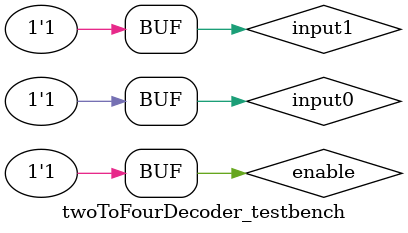
<source format=sv>
`timescale 1ns / 1ps


module twoToFourDecoder_testbench();
logic enable, input1, input0;
logic y3, y2, y1, y0;

twoToFourDecoder dut(enable, input1, input0, y3, y2, y1, y0);
 // apply inputs one at a time
 initial begin
 enable = 0; input1 = 0; input0 = 0; #10;
 input0 = 1; #10;
 input1 = 1; input0 = 0; #10;
 input0 = 1; #10;
 enable = 1; input1 = 0; input0 = 0; #10;
 input0 = 1; #10;
 input1 = 1; input0 = 0; #10;
 input0 = 1; #10;
 end

endmodule

</source>
